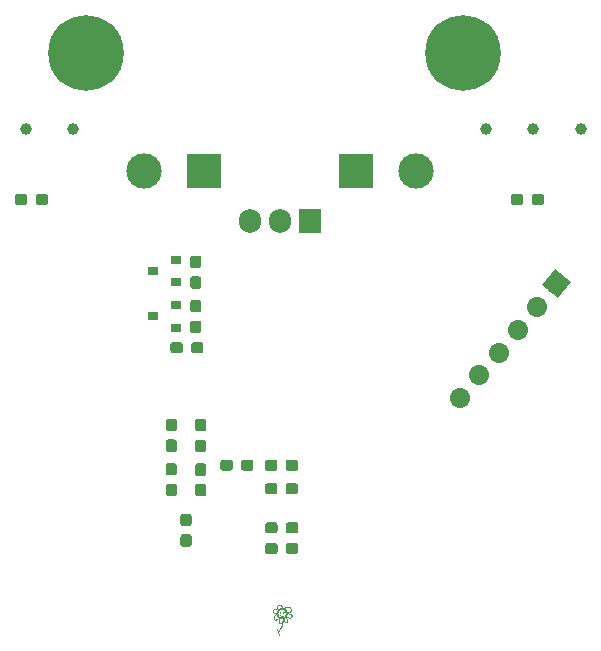
<source format=gbs>
G04 #@! TF.GenerationSoftware,KiCad,Pcbnew,5.0.2-bee76a0~70~ubuntu16.04.1*
G04 #@! TF.CreationDate,2019-05-21T20:19:14+01:00*
G04 #@! TF.ProjectId,project,70726f6a-6563-4742-9e6b-696361645f70,rev?*
G04 #@! TF.SameCoordinates,Original*
G04 #@! TF.FileFunction,Soldermask,Bot*
G04 #@! TF.FilePolarity,Negative*
%FSLAX46Y46*%
G04 Gerber Fmt 4.6, Leading zero omitted, Abs format (unit mm)*
G04 Created by KiCad (PCBNEW 5.0.2-bee76a0~70~ubuntu16.04.1) date Tue 21 May 2019 20:19:14 BST*
%MOMM*%
%LPD*%
G01*
G04 APERTURE LIST*
%ADD10C,0.101600*%
%ADD11C,0.076200*%
%ADD12C,0.150000*%
%ADD13C,0.127000*%
%ADD14R,3.000000X3.000000*%
%ADD15C,3.000000*%
%ADD16C,0.100000*%
%ADD17C,0.950000*%
%ADD18O,1.905000X2.000000*%
%ADD19R,1.905000X2.000000*%
%ADD20R,0.900000X0.800000*%
%ADD21C,6.400000*%
%ADD22C,1.700000*%
%ADD23C,1.700000*%
%ADD24C,1.000000*%
G04 APERTURE END LIST*
D10*
G04 #@! TO.C,REF\002A\002A*
X136570000Y-112560000D02*
X136410000Y-112040000D01*
X136530000Y-112340000D02*
X136570000Y-112560000D01*
X136650000Y-112060000D02*
X136530000Y-112340000D01*
X136870000Y-111760000D02*
X136650000Y-112060000D01*
X136960000Y-111330000D02*
X136870000Y-111760000D01*
X136590000Y-111340000D02*
X136590000Y-111170000D01*
X136570000Y-111440000D02*
X136590000Y-111340000D01*
X136620000Y-111530000D02*
X136570000Y-111440000D01*
X136740000Y-111560000D02*
X136620000Y-111530000D01*
X136860000Y-111430000D02*
X136740000Y-111560000D01*
X136930000Y-111240000D02*
X136860000Y-111430000D01*
X136410000Y-111240000D02*
X136500000Y-111110000D01*
X136280000Y-111270000D02*
X136410000Y-111240000D01*
X136170000Y-111230000D02*
X136280000Y-111270000D01*
X136130000Y-111130000D02*
X136170000Y-111230000D01*
X136130000Y-110990000D02*
X136130000Y-111130000D01*
X136230000Y-110850000D02*
X136130000Y-110990000D01*
X136410000Y-110740000D02*
X136230000Y-110850000D01*
X136310000Y-110710000D02*
X136410000Y-110710000D01*
X136160000Y-110700000D02*
X136310000Y-110710000D01*
X136060000Y-110630000D02*
X136160000Y-110700000D01*
X136080000Y-110480000D02*
X136060000Y-110630000D01*
X136190000Y-110380000D02*
X136080000Y-110480000D01*
X136560000Y-110390000D02*
X136190000Y-110380000D01*
X136440000Y-110260000D02*
X136530000Y-110400000D01*
X136420000Y-110150000D02*
X136440000Y-110260000D01*
X136470000Y-110040000D02*
X136420000Y-110150000D01*
X136640000Y-110010000D02*
X136470000Y-110040000D01*
X136800000Y-110070000D02*
X136640000Y-110010000D01*
X136890000Y-110340000D02*
X136800000Y-110070000D01*
X136990000Y-111250000D02*
X137000000Y-111220000D01*
X136960000Y-111230000D02*
X136990000Y-111250000D01*
X136980000Y-111250000D02*
X136960000Y-111230000D01*
X137000000Y-111360000D02*
X136980000Y-111250000D01*
X137060000Y-111470000D02*
X137000000Y-111360000D01*
X137180000Y-111510000D02*
X137060000Y-111470000D01*
X137290000Y-111470000D02*
X137180000Y-111510000D01*
X137300000Y-111280000D02*
X137290000Y-111470000D01*
X137220000Y-111080000D02*
X137300000Y-111280000D01*
X137490000Y-111120000D02*
X137240000Y-111060000D01*
X137610000Y-111040000D02*
X137490000Y-111120000D01*
X137650000Y-110910000D02*
X137610000Y-111040000D01*
X137560000Y-110760000D02*
X137650000Y-110910000D01*
X137290000Y-110710000D02*
X137560000Y-110760000D01*
X137510000Y-110590000D02*
X137300000Y-110640000D01*
X137620000Y-110420000D02*
X137510000Y-110590000D01*
X137510000Y-110230000D02*
X137620000Y-110420000D01*
X137230000Y-110160000D02*
X137510000Y-110230000D01*
X136960000Y-110300000D02*
X137230000Y-110160000D01*
D11*
X136790000Y-110970000D02*
X136670000Y-110880000D01*
X136920000Y-110980000D02*
X136790000Y-110970000D01*
X137040000Y-110910000D02*
X136920000Y-110980000D01*
D12*
X137021623Y-110690000D02*
G75*
G03X137021623Y-110690000I-31623J0D01*
G01*
D13*
X137260000Y-110770000D02*
G75*
G03X137260000Y-110770000I-410000J0D01*
G01*
D12*
X136741623Y-110690000D02*
G75*
G03X136741623Y-110690000I-31623J0D01*
G01*
G04 #@! TD*
D14*
G04 #@! TO.C,SC1*
X143140000Y-73300000D03*
D15*
X148220000Y-73300000D03*
G04 #@! TD*
D14*
G04 #@! TO.C,BT1*
X130230000Y-73290000D03*
D15*
X125150000Y-73290000D03*
G04 #@! TD*
D16*
G04 #@! TO.C,C6*
G36*
X137985779Y-97716144D02*
X138008834Y-97719563D01*
X138031443Y-97725227D01*
X138053387Y-97733079D01*
X138074457Y-97743044D01*
X138094448Y-97755026D01*
X138113168Y-97768910D01*
X138130438Y-97784562D01*
X138146090Y-97801832D01*
X138159974Y-97820552D01*
X138171956Y-97840543D01*
X138181921Y-97861613D01*
X138189773Y-97883557D01*
X138195437Y-97906166D01*
X138198856Y-97929221D01*
X138200000Y-97952500D01*
X138200000Y-98427500D01*
X138198856Y-98450779D01*
X138195437Y-98473834D01*
X138189773Y-98496443D01*
X138181921Y-98518387D01*
X138171956Y-98539457D01*
X138159974Y-98559448D01*
X138146090Y-98578168D01*
X138130438Y-98595438D01*
X138113168Y-98611090D01*
X138094448Y-98624974D01*
X138074457Y-98636956D01*
X138053387Y-98646921D01*
X138031443Y-98654773D01*
X138008834Y-98660437D01*
X137985779Y-98663856D01*
X137962500Y-98665000D01*
X137387500Y-98665000D01*
X137364221Y-98663856D01*
X137341166Y-98660437D01*
X137318557Y-98654773D01*
X137296613Y-98646921D01*
X137275543Y-98636956D01*
X137255552Y-98624974D01*
X137236832Y-98611090D01*
X137219562Y-98595438D01*
X137203910Y-98578168D01*
X137190026Y-98559448D01*
X137178044Y-98539457D01*
X137168079Y-98518387D01*
X137160227Y-98496443D01*
X137154563Y-98473834D01*
X137151144Y-98450779D01*
X137150000Y-98427500D01*
X137150000Y-97952500D01*
X137151144Y-97929221D01*
X137154563Y-97906166D01*
X137160227Y-97883557D01*
X137168079Y-97861613D01*
X137178044Y-97840543D01*
X137190026Y-97820552D01*
X137203910Y-97801832D01*
X137219562Y-97784562D01*
X137236832Y-97768910D01*
X137255552Y-97755026D01*
X137275543Y-97743044D01*
X137296613Y-97733079D01*
X137318557Y-97725227D01*
X137341166Y-97719563D01*
X137364221Y-97716144D01*
X137387500Y-97715000D01*
X137962500Y-97715000D01*
X137985779Y-97716144D01*
X137985779Y-97716144D01*
G37*
D17*
X137675000Y-98190000D03*
D16*
G36*
X136235779Y-97716144D02*
X136258834Y-97719563D01*
X136281443Y-97725227D01*
X136303387Y-97733079D01*
X136324457Y-97743044D01*
X136344448Y-97755026D01*
X136363168Y-97768910D01*
X136380438Y-97784562D01*
X136396090Y-97801832D01*
X136409974Y-97820552D01*
X136421956Y-97840543D01*
X136431921Y-97861613D01*
X136439773Y-97883557D01*
X136445437Y-97906166D01*
X136448856Y-97929221D01*
X136450000Y-97952500D01*
X136450000Y-98427500D01*
X136448856Y-98450779D01*
X136445437Y-98473834D01*
X136439773Y-98496443D01*
X136431921Y-98518387D01*
X136421956Y-98539457D01*
X136409974Y-98559448D01*
X136396090Y-98578168D01*
X136380438Y-98595438D01*
X136363168Y-98611090D01*
X136344448Y-98624974D01*
X136324457Y-98636956D01*
X136303387Y-98646921D01*
X136281443Y-98654773D01*
X136258834Y-98660437D01*
X136235779Y-98663856D01*
X136212500Y-98665000D01*
X135637500Y-98665000D01*
X135614221Y-98663856D01*
X135591166Y-98660437D01*
X135568557Y-98654773D01*
X135546613Y-98646921D01*
X135525543Y-98636956D01*
X135505552Y-98624974D01*
X135486832Y-98611090D01*
X135469562Y-98595438D01*
X135453910Y-98578168D01*
X135440026Y-98559448D01*
X135428044Y-98539457D01*
X135418079Y-98518387D01*
X135410227Y-98496443D01*
X135404563Y-98473834D01*
X135401144Y-98450779D01*
X135400000Y-98427500D01*
X135400000Y-97952500D01*
X135401144Y-97929221D01*
X135404563Y-97906166D01*
X135410227Y-97883557D01*
X135418079Y-97861613D01*
X135428044Y-97840543D01*
X135440026Y-97820552D01*
X135453910Y-97801832D01*
X135469562Y-97784562D01*
X135486832Y-97768910D01*
X135505552Y-97755026D01*
X135525543Y-97743044D01*
X135546613Y-97733079D01*
X135568557Y-97725227D01*
X135591166Y-97719563D01*
X135614221Y-97716144D01*
X135637500Y-97715000D01*
X136212500Y-97715000D01*
X136235779Y-97716144D01*
X136235779Y-97716144D01*
G37*
D17*
X135925000Y-98190000D03*
G04 #@! TD*
D18*
G04 #@! TO.C,Q3*
X134100000Y-77490000D03*
X136640000Y-77490000D03*
D19*
X139180000Y-77490000D03*
G04 #@! TD*
D16*
G04 #@! TO.C,C2*
G36*
X129805779Y-82201144D02*
X129828834Y-82204563D01*
X129851443Y-82210227D01*
X129873387Y-82218079D01*
X129894457Y-82228044D01*
X129914448Y-82240026D01*
X129933168Y-82253910D01*
X129950438Y-82269562D01*
X129966090Y-82286832D01*
X129979974Y-82305552D01*
X129991956Y-82325543D01*
X130001921Y-82346613D01*
X130009773Y-82368557D01*
X130015437Y-82391166D01*
X130018856Y-82414221D01*
X130020000Y-82437500D01*
X130020000Y-83012500D01*
X130018856Y-83035779D01*
X130015437Y-83058834D01*
X130009773Y-83081443D01*
X130001921Y-83103387D01*
X129991956Y-83124457D01*
X129979974Y-83144448D01*
X129966090Y-83163168D01*
X129950438Y-83180438D01*
X129933168Y-83196090D01*
X129914448Y-83209974D01*
X129894457Y-83221956D01*
X129873387Y-83231921D01*
X129851443Y-83239773D01*
X129828834Y-83245437D01*
X129805779Y-83248856D01*
X129782500Y-83250000D01*
X129307500Y-83250000D01*
X129284221Y-83248856D01*
X129261166Y-83245437D01*
X129238557Y-83239773D01*
X129216613Y-83231921D01*
X129195543Y-83221956D01*
X129175552Y-83209974D01*
X129156832Y-83196090D01*
X129139562Y-83180438D01*
X129123910Y-83163168D01*
X129110026Y-83144448D01*
X129098044Y-83124457D01*
X129088079Y-83103387D01*
X129080227Y-83081443D01*
X129074563Y-83058834D01*
X129071144Y-83035779D01*
X129070000Y-83012500D01*
X129070000Y-82437500D01*
X129071144Y-82414221D01*
X129074563Y-82391166D01*
X129080227Y-82368557D01*
X129088079Y-82346613D01*
X129098044Y-82325543D01*
X129110026Y-82305552D01*
X129123910Y-82286832D01*
X129139562Y-82269562D01*
X129156832Y-82253910D01*
X129175552Y-82240026D01*
X129195543Y-82228044D01*
X129216613Y-82218079D01*
X129238557Y-82210227D01*
X129261166Y-82204563D01*
X129284221Y-82201144D01*
X129307500Y-82200000D01*
X129782500Y-82200000D01*
X129805779Y-82201144D01*
X129805779Y-82201144D01*
G37*
D17*
X129545000Y-82725000D03*
D16*
G36*
X129805779Y-80451144D02*
X129828834Y-80454563D01*
X129851443Y-80460227D01*
X129873387Y-80468079D01*
X129894457Y-80478044D01*
X129914448Y-80490026D01*
X129933168Y-80503910D01*
X129950438Y-80519562D01*
X129966090Y-80536832D01*
X129979974Y-80555552D01*
X129991956Y-80575543D01*
X130001921Y-80596613D01*
X130009773Y-80618557D01*
X130015437Y-80641166D01*
X130018856Y-80664221D01*
X130020000Y-80687500D01*
X130020000Y-81262500D01*
X130018856Y-81285779D01*
X130015437Y-81308834D01*
X130009773Y-81331443D01*
X130001921Y-81353387D01*
X129991956Y-81374457D01*
X129979974Y-81394448D01*
X129966090Y-81413168D01*
X129950438Y-81430438D01*
X129933168Y-81446090D01*
X129914448Y-81459974D01*
X129894457Y-81471956D01*
X129873387Y-81481921D01*
X129851443Y-81489773D01*
X129828834Y-81495437D01*
X129805779Y-81498856D01*
X129782500Y-81500000D01*
X129307500Y-81500000D01*
X129284221Y-81498856D01*
X129261166Y-81495437D01*
X129238557Y-81489773D01*
X129216613Y-81481921D01*
X129195543Y-81471956D01*
X129175552Y-81459974D01*
X129156832Y-81446090D01*
X129139562Y-81430438D01*
X129123910Y-81413168D01*
X129110026Y-81394448D01*
X129098044Y-81374457D01*
X129088079Y-81353387D01*
X129080227Y-81331443D01*
X129074563Y-81308834D01*
X129071144Y-81285779D01*
X129070000Y-81262500D01*
X129070000Y-80687500D01*
X129071144Y-80664221D01*
X129074563Y-80641166D01*
X129080227Y-80618557D01*
X129088079Y-80596613D01*
X129098044Y-80575543D01*
X129110026Y-80555552D01*
X129123910Y-80536832D01*
X129139562Y-80519562D01*
X129156832Y-80503910D01*
X129175552Y-80490026D01*
X129195543Y-80478044D01*
X129216613Y-80468079D01*
X129238557Y-80460227D01*
X129261166Y-80454563D01*
X129284221Y-80451144D01*
X129307500Y-80450000D01*
X129782500Y-80450000D01*
X129805779Y-80451144D01*
X129805779Y-80451144D01*
G37*
D17*
X129545000Y-80975000D03*
G04 #@! TD*
D16*
G04 #@! TO.C,C4*
G36*
X129805779Y-84201144D02*
X129828834Y-84204563D01*
X129851443Y-84210227D01*
X129873387Y-84218079D01*
X129894457Y-84228044D01*
X129914448Y-84240026D01*
X129933168Y-84253910D01*
X129950438Y-84269562D01*
X129966090Y-84286832D01*
X129979974Y-84305552D01*
X129991956Y-84325543D01*
X130001921Y-84346613D01*
X130009773Y-84368557D01*
X130015437Y-84391166D01*
X130018856Y-84414221D01*
X130020000Y-84437500D01*
X130020000Y-85012500D01*
X130018856Y-85035779D01*
X130015437Y-85058834D01*
X130009773Y-85081443D01*
X130001921Y-85103387D01*
X129991956Y-85124457D01*
X129979974Y-85144448D01*
X129966090Y-85163168D01*
X129950438Y-85180438D01*
X129933168Y-85196090D01*
X129914448Y-85209974D01*
X129894457Y-85221956D01*
X129873387Y-85231921D01*
X129851443Y-85239773D01*
X129828834Y-85245437D01*
X129805779Y-85248856D01*
X129782500Y-85250000D01*
X129307500Y-85250000D01*
X129284221Y-85248856D01*
X129261166Y-85245437D01*
X129238557Y-85239773D01*
X129216613Y-85231921D01*
X129195543Y-85221956D01*
X129175552Y-85209974D01*
X129156832Y-85196090D01*
X129139562Y-85180438D01*
X129123910Y-85163168D01*
X129110026Y-85144448D01*
X129098044Y-85124457D01*
X129088079Y-85103387D01*
X129080227Y-85081443D01*
X129074563Y-85058834D01*
X129071144Y-85035779D01*
X129070000Y-85012500D01*
X129070000Y-84437500D01*
X129071144Y-84414221D01*
X129074563Y-84391166D01*
X129080227Y-84368557D01*
X129088079Y-84346613D01*
X129098044Y-84325543D01*
X129110026Y-84305552D01*
X129123910Y-84286832D01*
X129139562Y-84269562D01*
X129156832Y-84253910D01*
X129175552Y-84240026D01*
X129195543Y-84228044D01*
X129216613Y-84218079D01*
X129238557Y-84210227D01*
X129261166Y-84204563D01*
X129284221Y-84201144D01*
X129307500Y-84200000D01*
X129782500Y-84200000D01*
X129805779Y-84201144D01*
X129805779Y-84201144D01*
G37*
D17*
X129545000Y-84725000D03*
D16*
G36*
X129805779Y-85951144D02*
X129828834Y-85954563D01*
X129851443Y-85960227D01*
X129873387Y-85968079D01*
X129894457Y-85978044D01*
X129914448Y-85990026D01*
X129933168Y-86003910D01*
X129950438Y-86019562D01*
X129966090Y-86036832D01*
X129979974Y-86055552D01*
X129991956Y-86075543D01*
X130001921Y-86096613D01*
X130009773Y-86118557D01*
X130015437Y-86141166D01*
X130018856Y-86164221D01*
X130020000Y-86187500D01*
X130020000Y-86762500D01*
X130018856Y-86785779D01*
X130015437Y-86808834D01*
X130009773Y-86831443D01*
X130001921Y-86853387D01*
X129991956Y-86874457D01*
X129979974Y-86894448D01*
X129966090Y-86913168D01*
X129950438Y-86930438D01*
X129933168Y-86946090D01*
X129914448Y-86959974D01*
X129894457Y-86971956D01*
X129873387Y-86981921D01*
X129851443Y-86989773D01*
X129828834Y-86995437D01*
X129805779Y-86998856D01*
X129782500Y-87000000D01*
X129307500Y-87000000D01*
X129284221Y-86998856D01*
X129261166Y-86995437D01*
X129238557Y-86989773D01*
X129216613Y-86981921D01*
X129195543Y-86971956D01*
X129175552Y-86959974D01*
X129156832Y-86946090D01*
X129139562Y-86930438D01*
X129123910Y-86913168D01*
X129110026Y-86894448D01*
X129098044Y-86874457D01*
X129088079Y-86853387D01*
X129080227Y-86831443D01*
X129074563Y-86808834D01*
X129071144Y-86785779D01*
X129070000Y-86762500D01*
X129070000Y-86187500D01*
X129071144Y-86164221D01*
X129074563Y-86141166D01*
X129080227Y-86118557D01*
X129088079Y-86096613D01*
X129098044Y-86075543D01*
X129110026Y-86055552D01*
X129123910Y-86036832D01*
X129139562Y-86019562D01*
X129156832Y-86003910D01*
X129175552Y-85990026D01*
X129195543Y-85978044D01*
X129216613Y-85968079D01*
X129238557Y-85960227D01*
X129261166Y-85954563D01*
X129284221Y-85951144D01*
X129307500Y-85950000D01*
X129782500Y-85950000D01*
X129805779Y-85951144D01*
X129805779Y-85951144D01*
G37*
D17*
X129545000Y-86475000D03*
G04 #@! TD*
D16*
G04 #@! TO.C,C5*
G36*
X129980779Y-87776144D02*
X130003834Y-87779563D01*
X130026443Y-87785227D01*
X130048387Y-87793079D01*
X130069457Y-87803044D01*
X130089448Y-87815026D01*
X130108168Y-87828910D01*
X130125438Y-87844562D01*
X130141090Y-87861832D01*
X130154974Y-87880552D01*
X130166956Y-87900543D01*
X130176921Y-87921613D01*
X130184773Y-87943557D01*
X130190437Y-87966166D01*
X130193856Y-87989221D01*
X130195000Y-88012500D01*
X130195000Y-88487500D01*
X130193856Y-88510779D01*
X130190437Y-88533834D01*
X130184773Y-88556443D01*
X130176921Y-88578387D01*
X130166956Y-88599457D01*
X130154974Y-88619448D01*
X130141090Y-88638168D01*
X130125438Y-88655438D01*
X130108168Y-88671090D01*
X130089448Y-88684974D01*
X130069457Y-88696956D01*
X130048387Y-88706921D01*
X130026443Y-88714773D01*
X130003834Y-88720437D01*
X129980779Y-88723856D01*
X129957500Y-88725000D01*
X129382500Y-88725000D01*
X129359221Y-88723856D01*
X129336166Y-88720437D01*
X129313557Y-88714773D01*
X129291613Y-88706921D01*
X129270543Y-88696956D01*
X129250552Y-88684974D01*
X129231832Y-88671090D01*
X129214562Y-88655438D01*
X129198910Y-88638168D01*
X129185026Y-88619448D01*
X129173044Y-88599457D01*
X129163079Y-88578387D01*
X129155227Y-88556443D01*
X129149563Y-88533834D01*
X129146144Y-88510779D01*
X129145000Y-88487500D01*
X129145000Y-88012500D01*
X129146144Y-87989221D01*
X129149563Y-87966166D01*
X129155227Y-87943557D01*
X129163079Y-87921613D01*
X129173044Y-87900543D01*
X129185026Y-87880552D01*
X129198910Y-87861832D01*
X129214562Y-87844562D01*
X129231832Y-87828910D01*
X129250552Y-87815026D01*
X129270543Y-87803044D01*
X129291613Y-87793079D01*
X129313557Y-87785227D01*
X129336166Y-87779563D01*
X129359221Y-87776144D01*
X129382500Y-87775000D01*
X129957500Y-87775000D01*
X129980779Y-87776144D01*
X129980779Y-87776144D01*
G37*
D17*
X129670000Y-88250000D03*
D16*
G36*
X128230779Y-87776144D02*
X128253834Y-87779563D01*
X128276443Y-87785227D01*
X128298387Y-87793079D01*
X128319457Y-87803044D01*
X128339448Y-87815026D01*
X128358168Y-87828910D01*
X128375438Y-87844562D01*
X128391090Y-87861832D01*
X128404974Y-87880552D01*
X128416956Y-87900543D01*
X128426921Y-87921613D01*
X128434773Y-87943557D01*
X128440437Y-87966166D01*
X128443856Y-87989221D01*
X128445000Y-88012500D01*
X128445000Y-88487500D01*
X128443856Y-88510779D01*
X128440437Y-88533834D01*
X128434773Y-88556443D01*
X128426921Y-88578387D01*
X128416956Y-88599457D01*
X128404974Y-88619448D01*
X128391090Y-88638168D01*
X128375438Y-88655438D01*
X128358168Y-88671090D01*
X128339448Y-88684974D01*
X128319457Y-88696956D01*
X128298387Y-88706921D01*
X128276443Y-88714773D01*
X128253834Y-88720437D01*
X128230779Y-88723856D01*
X128207500Y-88725000D01*
X127632500Y-88725000D01*
X127609221Y-88723856D01*
X127586166Y-88720437D01*
X127563557Y-88714773D01*
X127541613Y-88706921D01*
X127520543Y-88696956D01*
X127500552Y-88684974D01*
X127481832Y-88671090D01*
X127464562Y-88655438D01*
X127448910Y-88638168D01*
X127435026Y-88619448D01*
X127423044Y-88599457D01*
X127413079Y-88578387D01*
X127405227Y-88556443D01*
X127399563Y-88533834D01*
X127396144Y-88510779D01*
X127395000Y-88487500D01*
X127395000Y-88012500D01*
X127396144Y-87989221D01*
X127399563Y-87966166D01*
X127405227Y-87943557D01*
X127413079Y-87921613D01*
X127423044Y-87900543D01*
X127435026Y-87880552D01*
X127448910Y-87861832D01*
X127464562Y-87844562D01*
X127481832Y-87828910D01*
X127500552Y-87815026D01*
X127520543Y-87803044D01*
X127541613Y-87793079D01*
X127563557Y-87785227D01*
X127586166Y-87779563D01*
X127609221Y-87776144D01*
X127632500Y-87775000D01*
X128207500Y-87775000D01*
X128230779Y-87776144D01*
X128230779Y-87776144D01*
G37*
D17*
X127920000Y-88250000D03*
G04 #@! TD*
D16*
G04 #@! TO.C,C7*
G36*
X136235779Y-99716144D02*
X136258834Y-99719563D01*
X136281443Y-99725227D01*
X136303387Y-99733079D01*
X136324457Y-99743044D01*
X136344448Y-99755026D01*
X136363168Y-99768910D01*
X136380438Y-99784562D01*
X136396090Y-99801832D01*
X136409974Y-99820552D01*
X136421956Y-99840543D01*
X136431921Y-99861613D01*
X136439773Y-99883557D01*
X136445437Y-99906166D01*
X136448856Y-99929221D01*
X136450000Y-99952500D01*
X136450000Y-100427500D01*
X136448856Y-100450779D01*
X136445437Y-100473834D01*
X136439773Y-100496443D01*
X136431921Y-100518387D01*
X136421956Y-100539457D01*
X136409974Y-100559448D01*
X136396090Y-100578168D01*
X136380438Y-100595438D01*
X136363168Y-100611090D01*
X136344448Y-100624974D01*
X136324457Y-100636956D01*
X136303387Y-100646921D01*
X136281443Y-100654773D01*
X136258834Y-100660437D01*
X136235779Y-100663856D01*
X136212500Y-100665000D01*
X135637500Y-100665000D01*
X135614221Y-100663856D01*
X135591166Y-100660437D01*
X135568557Y-100654773D01*
X135546613Y-100646921D01*
X135525543Y-100636956D01*
X135505552Y-100624974D01*
X135486832Y-100611090D01*
X135469562Y-100595438D01*
X135453910Y-100578168D01*
X135440026Y-100559448D01*
X135428044Y-100539457D01*
X135418079Y-100518387D01*
X135410227Y-100496443D01*
X135404563Y-100473834D01*
X135401144Y-100450779D01*
X135400000Y-100427500D01*
X135400000Y-99952500D01*
X135401144Y-99929221D01*
X135404563Y-99906166D01*
X135410227Y-99883557D01*
X135418079Y-99861613D01*
X135428044Y-99840543D01*
X135440026Y-99820552D01*
X135453910Y-99801832D01*
X135469562Y-99784562D01*
X135486832Y-99768910D01*
X135505552Y-99755026D01*
X135525543Y-99743044D01*
X135546613Y-99733079D01*
X135568557Y-99725227D01*
X135591166Y-99719563D01*
X135614221Y-99716144D01*
X135637500Y-99715000D01*
X136212500Y-99715000D01*
X136235779Y-99716144D01*
X136235779Y-99716144D01*
G37*
D17*
X135925000Y-100190000D03*
D16*
G36*
X137985779Y-99716144D02*
X138008834Y-99719563D01*
X138031443Y-99725227D01*
X138053387Y-99733079D01*
X138074457Y-99743044D01*
X138094448Y-99755026D01*
X138113168Y-99768910D01*
X138130438Y-99784562D01*
X138146090Y-99801832D01*
X138159974Y-99820552D01*
X138171956Y-99840543D01*
X138181921Y-99861613D01*
X138189773Y-99883557D01*
X138195437Y-99906166D01*
X138198856Y-99929221D01*
X138200000Y-99952500D01*
X138200000Y-100427500D01*
X138198856Y-100450779D01*
X138195437Y-100473834D01*
X138189773Y-100496443D01*
X138181921Y-100518387D01*
X138171956Y-100539457D01*
X138159974Y-100559448D01*
X138146090Y-100578168D01*
X138130438Y-100595438D01*
X138113168Y-100611090D01*
X138094448Y-100624974D01*
X138074457Y-100636956D01*
X138053387Y-100646921D01*
X138031443Y-100654773D01*
X138008834Y-100660437D01*
X137985779Y-100663856D01*
X137962500Y-100665000D01*
X137387500Y-100665000D01*
X137364221Y-100663856D01*
X137341166Y-100660437D01*
X137318557Y-100654773D01*
X137296613Y-100646921D01*
X137275543Y-100636956D01*
X137255552Y-100624974D01*
X137236832Y-100611090D01*
X137219562Y-100595438D01*
X137203910Y-100578168D01*
X137190026Y-100559448D01*
X137178044Y-100539457D01*
X137168079Y-100518387D01*
X137160227Y-100496443D01*
X137154563Y-100473834D01*
X137151144Y-100450779D01*
X137150000Y-100427500D01*
X137150000Y-99952500D01*
X137151144Y-99929221D01*
X137154563Y-99906166D01*
X137160227Y-99883557D01*
X137168079Y-99861613D01*
X137178044Y-99840543D01*
X137190026Y-99820552D01*
X137203910Y-99801832D01*
X137219562Y-99784562D01*
X137236832Y-99768910D01*
X137255552Y-99755026D01*
X137275543Y-99743044D01*
X137296613Y-99733079D01*
X137318557Y-99725227D01*
X137341166Y-99719563D01*
X137364221Y-99716144D01*
X137387500Y-99715000D01*
X137962500Y-99715000D01*
X137985779Y-99716144D01*
X137985779Y-99716144D01*
G37*
D17*
X137675000Y-100190000D03*
G04 #@! TD*
D16*
G04 #@! TO.C,C8*
G36*
X136255779Y-103026144D02*
X136278834Y-103029563D01*
X136301443Y-103035227D01*
X136323387Y-103043079D01*
X136344457Y-103053044D01*
X136364448Y-103065026D01*
X136383168Y-103078910D01*
X136400438Y-103094562D01*
X136416090Y-103111832D01*
X136429974Y-103130552D01*
X136441956Y-103150543D01*
X136451921Y-103171613D01*
X136459773Y-103193557D01*
X136465437Y-103216166D01*
X136468856Y-103239221D01*
X136470000Y-103262500D01*
X136470000Y-103737500D01*
X136468856Y-103760779D01*
X136465437Y-103783834D01*
X136459773Y-103806443D01*
X136451921Y-103828387D01*
X136441956Y-103849457D01*
X136429974Y-103869448D01*
X136416090Y-103888168D01*
X136400438Y-103905438D01*
X136383168Y-103921090D01*
X136364448Y-103934974D01*
X136344457Y-103946956D01*
X136323387Y-103956921D01*
X136301443Y-103964773D01*
X136278834Y-103970437D01*
X136255779Y-103973856D01*
X136232500Y-103975000D01*
X135657500Y-103975000D01*
X135634221Y-103973856D01*
X135611166Y-103970437D01*
X135588557Y-103964773D01*
X135566613Y-103956921D01*
X135545543Y-103946956D01*
X135525552Y-103934974D01*
X135506832Y-103921090D01*
X135489562Y-103905438D01*
X135473910Y-103888168D01*
X135460026Y-103869448D01*
X135448044Y-103849457D01*
X135438079Y-103828387D01*
X135430227Y-103806443D01*
X135424563Y-103783834D01*
X135421144Y-103760779D01*
X135420000Y-103737500D01*
X135420000Y-103262500D01*
X135421144Y-103239221D01*
X135424563Y-103216166D01*
X135430227Y-103193557D01*
X135438079Y-103171613D01*
X135448044Y-103150543D01*
X135460026Y-103130552D01*
X135473910Y-103111832D01*
X135489562Y-103094562D01*
X135506832Y-103078910D01*
X135525552Y-103065026D01*
X135545543Y-103053044D01*
X135566613Y-103043079D01*
X135588557Y-103035227D01*
X135611166Y-103029563D01*
X135634221Y-103026144D01*
X135657500Y-103025000D01*
X136232500Y-103025000D01*
X136255779Y-103026144D01*
X136255779Y-103026144D01*
G37*
D17*
X135945000Y-103500000D03*
D16*
G36*
X138005779Y-103026144D02*
X138028834Y-103029563D01*
X138051443Y-103035227D01*
X138073387Y-103043079D01*
X138094457Y-103053044D01*
X138114448Y-103065026D01*
X138133168Y-103078910D01*
X138150438Y-103094562D01*
X138166090Y-103111832D01*
X138179974Y-103130552D01*
X138191956Y-103150543D01*
X138201921Y-103171613D01*
X138209773Y-103193557D01*
X138215437Y-103216166D01*
X138218856Y-103239221D01*
X138220000Y-103262500D01*
X138220000Y-103737500D01*
X138218856Y-103760779D01*
X138215437Y-103783834D01*
X138209773Y-103806443D01*
X138201921Y-103828387D01*
X138191956Y-103849457D01*
X138179974Y-103869448D01*
X138166090Y-103888168D01*
X138150438Y-103905438D01*
X138133168Y-103921090D01*
X138114448Y-103934974D01*
X138094457Y-103946956D01*
X138073387Y-103956921D01*
X138051443Y-103964773D01*
X138028834Y-103970437D01*
X138005779Y-103973856D01*
X137982500Y-103975000D01*
X137407500Y-103975000D01*
X137384221Y-103973856D01*
X137361166Y-103970437D01*
X137338557Y-103964773D01*
X137316613Y-103956921D01*
X137295543Y-103946956D01*
X137275552Y-103934974D01*
X137256832Y-103921090D01*
X137239562Y-103905438D01*
X137223910Y-103888168D01*
X137210026Y-103869448D01*
X137198044Y-103849457D01*
X137188079Y-103828387D01*
X137180227Y-103806443D01*
X137174563Y-103783834D01*
X137171144Y-103760779D01*
X137170000Y-103737500D01*
X137170000Y-103262500D01*
X137171144Y-103239221D01*
X137174563Y-103216166D01*
X137180227Y-103193557D01*
X137188079Y-103171613D01*
X137198044Y-103150543D01*
X137210026Y-103130552D01*
X137223910Y-103111832D01*
X137239562Y-103094562D01*
X137256832Y-103078910D01*
X137275552Y-103065026D01*
X137295543Y-103053044D01*
X137316613Y-103043079D01*
X137338557Y-103035227D01*
X137361166Y-103029563D01*
X137384221Y-103026144D01*
X137407500Y-103025000D01*
X137982500Y-103025000D01*
X138005779Y-103026144D01*
X138005779Y-103026144D01*
G37*
D17*
X137695000Y-103500000D03*
G04 #@! TD*
D16*
G04 #@! TO.C,C9*
G36*
X138005779Y-104776144D02*
X138028834Y-104779563D01*
X138051443Y-104785227D01*
X138073387Y-104793079D01*
X138094457Y-104803044D01*
X138114448Y-104815026D01*
X138133168Y-104828910D01*
X138150438Y-104844562D01*
X138166090Y-104861832D01*
X138179974Y-104880552D01*
X138191956Y-104900543D01*
X138201921Y-104921613D01*
X138209773Y-104943557D01*
X138215437Y-104966166D01*
X138218856Y-104989221D01*
X138220000Y-105012500D01*
X138220000Y-105487500D01*
X138218856Y-105510779D01*
X138215437Y-105533834D01*
X138209773Y-105556443D01*
X138201921Y-105578387D01*
X138191956Y-105599457D01*
X138179974Y-105619448D01*
X138166090Y-105638168D01*
X138150438Y-105655438D01*
X138133168Y-105671090D01*
X138114448Y-105684974D01*
X138094457Y-105696956D01*
X138073387Y-105706921D01*
X138051443Y-105714773D01*
X138028834Y-105720437D01*
X138005779Y-105723856D01*
X137982500Y-105725000D01*
X137407500Y-105725000D01*
X137384221Y-105723856D01*
X137361166Y-105720437D01*
X137338557Y-105714773D01*
X137316613Y-105706921D01*
X137295543Y-105696956D01*
X137275552Y-105684974D01*
X137256832Y-105671090D01*
X137239562Y-105655438D01*
X137223910Y-105638168D01*
X137210026Y-105619448D01*
X137198044Y-105599457D01*
X137188079Y-105578387D01*
X137180227Y-105556443D01*
X137174563Y-105533834D01*
X137171144Y-105510779D01*
X137170000Y-105487500D01*
X137170000Y-105012500D01*
X137171144Y-104989221D01*
X137174563Y-104966166D01*
X137180227Y-104943557D01*
X137188079Y-104921613D01*
X137198044Y-104900543D01*
X137210026Y-104880552D01*
X137223910Y-104861832D01*
X137239562Y-104844562D01*
X137256832Y-104828910D01*
X137275552Y-104815026D01*
X137295543Y-104803044D01*
X137316613Y-104793079D01*
X137338557Y-104785227D01*
X137361166Y-104779563D01*
X137384221Y-104776144D01*
X137407500Y-104775000D01*
X137982500Y-104775000D01*
X138005779Y-104776144D01*
X138005779Y-104776144D01*
G37*
D17*
X137695000Y-105250000D03*
D16*
G36*
X136255779Y-104776144D02*
X136278834Y-104779563D01*
X136301443Y-104785227D01*
X136323387Y-104793079D01*
X136344457Y-104803044D01*
X136364448Y-104815026D01*
X136383168Y-104828910D01*
X136400438Y-104844562D01*
X136416090Y-104861832D01*
X136429974Y-104880552D01*
X136441956Y-104900543D01*
X136451921Y-104921613D01*
X136459773Y-104943557D01*
X136465437Y-104966166D01*
X136468856Y-104989221D01*
X136470000Y-105012500D01*
X136470000Y-105487500D01*
X136468856Y-105510779D01*
X136465437Y-105533834D01*
X136459773Y-105556443D01*
X136451921Y-105578387D01*
X136441956Y-105599457D01*
X136429974Y-105619448D01*
X136416090Y-105638168D01*
X136400438Y-105655438D01*
X136383168Y-105671090D01*
X136364448Y-105684974D01*
X136344457Y-105696956D01*
X136323387Y-105706921D01*
X136301443Y-105714773D01*
X136278834Y-105720437D01*
X136255779Y-105723856D01*
X136232500Y-105725000D01*
X135657500Y-105725000D01*
X135634221Y-105723856D01*
X135611166Y-105720437D01*
X135588557Y-105714773D01*
X135566613Y-105706921D01*
X135545543Y-105696956D01*
X135525552Y-105684974D01*
X135506832Y-105671090D01*
X135489562Y-105655438D01*
X135473910Y-105638168D01*
X135460026Y-105619448D01*
X135448044Y-105599457D01*
X135438079Y-105578387D01*
X135430227Y-105556443D01*
X135424563Y-105533834D01*
X135421144Y-105510779D01*
X135420000Y-105487500D01*
X135420000Y-105012500D01*
X135421144Y-104989221D01*
X135424563Y-104966166D01*
X135430227Y-104943557D01*
X135438079Y-104921613D01*
X135448044Y-104900543D01*
X135460026Y-104880552D01*
X135473910Y-104861832D01*
X135489562Y-104844562D01*
X135506832Y-104828910D01*
X135525552Y-104815026D01*
X135545543Y-104803044D01*
X135566613Y-104793079D01*
X135588557Y-104785227D01*
X135611166Y-104779563D01*
X135634221Y-104776144D01*
X135657500Y-104775000D01*
X136232500Y-104775000D01*
X136255779Y-104776144D01*
X136255779Y-104776144D01*
G37*
D17*
X135945000Y-105250000D03*
G04 #@! TD*
D16*
G04 #@! TO.C,C10*
G36*
X128980779Y-102291144D02*
X129003834Y-102294563D01*
X129026443Y-102300227D01*
X129048387Y-102308079D01*
X129069457Y-102318044D01*
X129089448Y-102330026D01*
X129108168Y-102343910D01*
X129125438Y-102359562D01*
X129141090Y-102376832D01*
X129154974Y-102395552D01*
X129166956Y-102415543D01*
X129176921Y-102436613D01*
X129184773Y-102458557D01*
X129190437Y-102481166D01*
X129193856Y-102504221D01*
X129195000Y-102527500D01*
X129195000Y-103102500D01*
X129193856Y-103125779D01*
X129190437Y-103148834D01*
X129184773Y-103171443D01*
X129176921Y-103193387D01*
X129166956Y-103214457D01*
X129154974Y-103234448D01*
X129141090Y-103253168D01*
X129125438Y-103270438D01*
X129108168Y-103286090D01*
X129089448Y-103299974D01*
X129069457Y-103311956D01*
X129048387Y-103321921D01*
X129026443Y-103329773D01*
X129003834Y-103335437D01*
X128980779Y-103338856D01*
X128957500Y-103340000D01*
X128482500Y-103340000D01*
X128459221Y-103338856D01*
X128436166Y-103335437D01*
X128413557Y-103329773D01*
X128391613Y-103321921D01*
X128370543Y-103311956D01*
X128350552Y-103299974D01*
X128331832Y-103286090D01*
X128314562Y-103270438D01*
X128298910Y-103253168D01*
X128285026Y-103234448D01*
X128273044Y-103214457D01*
X128263079Y-103193387D01*
X128255227Y-103171443D01*
X128249563Y-103148834D01*
X128246144Y-103125779D01*
X128245000Y-103102500D01*
X128245000Y-102527500D01*
X128246144Y-102504221D01*
X128249563Y-102481166D01*
X128255227Y-102458557D01*
X128263079Y-102436613D01*
X128273044Y-102415543D01*
X128285026Y-102395552D01*
X128298910Y-102376832D01*
X128314562Y-102359562D01*
X128331832Y-102343910D01*
X128350552Y-102330026D01*
X128370543Y-102318044D01*
X128391613Y-102308079D01*
X128413557Y-102300227D01*
X128436166Y-102294563D01*
X128459221Y-102291144D01*
X128482500Y-102290000D01*
X128957500Y-102290000D01*
X128980779Y-102291144D01*
X128980779Y-102291144D01*
G37*
D17*
X128720000Y-102815000D03*
D16*
G36*
X128980779Y-104041144D02*
X129003834Y-104044563D01*
X129026443Y-104050227D01*
X129048387Y-104058079D01*
X129069457Y-104068044D01*
X129089448Y-104080026D01*
X129108168Y-104093910D01*
X129125438Y-104109562D01*
X129141090Y-104126832D01*
X129154974Y-104145552D01*
X129166956Y-104165543D01*
X129176921Y-104186613D01*
X129184773Y-104208557D01*
X129190437Y-104231166D01*
X129193856Y-104254221D01*
X129195000Y-104277500D01*
X129195000Y-104852500D01*
X129193856Y-104875779D01*
X129190437Y-104898834D01*
X129184773Y-104921443D01*
X129176921Y-104943387D01*
X129166956Y-104964457D01*
X129154974Y-104984448D01*
X129141090Y-105003168D01*
X129125438Y-105020438D01*
X129108168Y-105036090D01*
X129089448Y-105049974D01*
X129069457Y-105061956D01*
X129048387Y-105071921D01*
X129026443Y-105079773D01*
X129003834Y-105085437D01*
X128980779Y-105088856D01*
X128957500Y-105090000D01*
X128482500Y-105090000D01*
X128459221Y-105088856D01*
X128436166Y-105085437D01*
X128413557Y-105079773D01*
X128391613Y-105071921D01*
X128370543Y-105061956D01*
X128350552Y-105049974D01*
X128331832Y-105036090D01*
X128314562Y-105020438D01*
X128298910Y-105003168D01*
X128285026Y-104984448D01*
X128273044Y-104964457D01*
X128263079Y-104943387D01*
X128255227Y-104921443D01*
X128249563Y-104898834D01*
X128246144Y-104875779D01*
X128245000Y-104852500D01*
X128245000Y-104277500D01*
X128246144Y-104254221D01*
X128249563Y-104231166D01*
X128255227Y-104208557D01*
X128263079Y-104186613D01*
X128273044Y-104165543D01*
X128285026Y-104145552D01*
X128298910Y-104126832D01*
X128314562Y-104109562D01*
X128331832Y-104093910D01*
X128350552Y-104080026D01*
X128370543Y-104068044D01*
X128391613Y-104058079D01*
X128413557Y-104050227D01*
X128436166Y-104044563D01*
X128459221Y-104041144D01*
X128482500Y-104040000D01*
X128957500Y-104040000D01*
X128980779Y-104041144D01*
X128980779Y-104041144D01*
G37*
D17*
X128720000Y-104565000D03*
G04 #@! TD*
D20*
G04 #@! TO.C,D2*
X127895000Y-84650000D03*
X127895000Y-86550000D03*
X125895000Y-85600000D03*
G04 #@! TD*
D21*
G04 #@! TO.C,H1*
X152130000Y-63290000D03*
G04 #@! TD*
D22*
G04 #@! TO.C,J1*
X160080000Y-82815000D03*
D16*
G36*
X161277507Y-82710232D02*
X160184768Y-84012507D01*
X158882493Y-82919768D01*
X159975232Y-81617493D01*
X161277507Y-82710232D01*
X161277507Y-82710232D01*
G37*
D22*
X158447319Y-84760753D03*
D23*
X158447319Y-84760753D02*
X158447319Y-84760753D01*
D22*
X156814639Y-86706506D03*
D23*
X156814639Y-86706506D02*
X156814639Y-86706506D01*
D22*
X155181958Y-88652259D03*
D23*
X155181958Y-88652259D02*
X155181958Y-88652259D01*
D22*
X153549278Y-90598012D03*
D23*
X153549278Y-90598012D02*
X153549278Y-90598012D01*
D22*
X151916597Y-92543764D03*
D23*
X151916597Y-92543764D02*
X151916597Y-92543764D01*
G04 #@! TD*
D16*
G04 #@! TO.C,R1*
G36*
X130210779Y-94291144D02*
X130233834Y-94294563D01*
X130256443Y-94300227D01*
X130278387Y-94308079D01*
X130299457Y-94318044D01*
X130319448Y-94330026D01*
X130338168Y-94343910D01*
X130355438Y-94359562D01*
X130371090Y-94376832D01*
X130384974Y-94395552D01*
X130396956Y-94415543D01*
X130406921Y-94436613D01*
X130414773Y-94458557D01*
X130420437Y-94481166D01*
X130423856Y-94504221D01*
X130425000Y-94527500D01*
X130425000Y-95102500D01*
X130423856Y-95125779D01*
X130420437Y-95148834D01*
X130414773Y-95171443D01*
X130406921Y-95193387D01*
X130396956Y-95214457D01*
X130384974Y-95234448D01*
X130371090Y-95253168D01*
X130355438Y-95270438D01*
X130338168Y-95286090D01*
X130319448Y-95299974D01*
X130299457Y-95311956D01*
X130278387Y-95321921D01*
X130256443Y-95329773D01*
X130233834Y-95335437D01*
X130210779Y-95338856D01*
X130187500Y-95340000D01*
X129712500Y-95340000D01*
X129689221Y-95338856D01*
X129666166Y-95335437D01*
X129643557Y-95329773D01*
X129621613Y-95321921D01*
X129600543Y-95311956D01*
X129580552Y-95299974D01*
X129561832Y-95286090D01*
X129544562Y-95270438D01*
X129528910Y-95253168D01*
X129515026Y-95234448D01*
X129503044Y-95214457D01*
X129493079Y-95193387D01*
X129485227Y-95171443D01*
X129479563Y-95148834D01*
X129476144Y-95125779D01*
X129475000Y-95102500D01*
X129475000Y-94527500D01*
X129476144Y-94504221D01*
X129479563Y-94481166D01*
X129485227Y-94458557D01*
X129493079Y-94436613D01*
X129503044Y-94415543D01*
X129515026Y-94395552D01*
X129528910Y-94376832D01*
X129544562Y-94359562D01*
X129561832Y-94343910D01*
X129580552Y-94330026D01*
X129600543Y-94318044D01*
X129621613Y-94308079D01*
X129643557Y-94300227D01*
X129666166Y-94294563D01*
X129689221Y-94291144D01*
X129712500Y-94290000D01*
X130187500Y-94290000D01*
X130210779Y-94291144D01*
X130210779Y-94291144D01*
G37*
D17*
X129950000Y-94815000D03*
D16*
G36*
X130210779Y-96041144D02*
X130233834Y-96044563D01*
X130256443Y-96050227D01*
X130278387Y-96058079D01*
X130299457Y-96068044D01*
X130319448Y-96080026D01*
X130338168Y-96093910D01*
X130355438Y-96109562D01*
X130371090Y-96126832D01*
X130384974Y-96145552D01*
X130396956Y-96165543D01*
X130406921Y-96186613D01*
X130414773Y-96208557D01*
X130420437Y-96231166D01*
X130423856Y-96254221D01*
X130425000Y-96277500D01*
X130425000Y-96852500D01*
X130423856Y-96875779D01*
X130420437Y-96898834D01*
X130414773Y-96921443D01*
X130406921Y-96943387D01*
X130396956Y-96964457D01*
X130384974Y-96984448D01*
X130371090Y-97003168D01*
X130355438Y-97020438D01*
X130338168Y-97036090D01*
X130319448Y-97049974D01*
X130299457Y-97061956D01*
X130278387Y-97071921D01*
X130256443Y-97079773D01*
X130233834Y-97085437D01*
X130210779Y-97088856D01*
X130187500Y-97090000D01*
X129712500Y-97090000D01*
X129689221Y-97088856D01*
X129666166Y-97085437D01*
X129643557Y-97079773D01*
X129621613Y-97071921D01*
X129600543Y-97061956D01*
X129580552Y-97049974D01*
X129561832Y-97036090D01*
X129544562Y-97020438D01*
X129528910Y-97003168D01*
X129515026Y-96984448D01*
X129503044Y-96964457D01*
X129493079Y-96943387D01*
X129485227Y-96921443D01*
X129479563Y-96898834D01*
X129476144Y-96875779D01*
X129475000Y-96852500D01*
X129475000Y-96277500D01*
X129476144Y-96254221D01*
X129479563Y-96231166D01*
X129485227Y-96208557D01*
X129493079Y-96186613D01*
X129503044Y-96165543D01*
X129515026Y-96145552D01*
X129528910Y-96126832D01*
X129544562Y-96109562D01*
X129561832Y-96093910D01*
X129580552Y-96080026D01*
X129600543Y-96068044D01*
X129621613Y-96058079D01*
X129643557Y-96050227D01*
X129666166Y-96044563D01*
X129689221Y-96041144D01*
X129712500Y-96040000D01*
X130187500Y-96040000D01*
X130210779Y-96041144D01*
X130210779Y-96041144D01*
G37*
D17*
X129950000Y-96565000D03*
G04 #@! TD*
D16*
G04 #@! TO.C,R2*
G36*
X127735779Y-94266144D02*
X127758834Y-94269563D01*
X127781443Y-94275227D01*
X127803387Y-94283079D01*
X127824457Y-94293044D01*
X127844448Y-94305026D01*
X127863168Y-94318910D01*
X127880438Y-94334562D01*
X127896090Y-94351832D01*
X127909974Y-94370552D01*
X127921956Y-94390543D01*
X127931921Y-94411613D01*
X127939773Y-94433557D01*
X127945437Y-94456166D01*
X127948856Y-94479221D01*
X127950000Y-94502500D01*
X127950000Y-95077500D01*
X127948856Y-95100779D01*
X127945437Y-95123834D01*
X127939773Y-95146443D01*
X127931921Y-95168387D01*
X127921956Y-95189457D01*
X127909974Y-95209448D01*
X127896090Y-95228168D01*
X127880438Y-95245438D01*
X127863168Y-95261090D01*
X127844448Y-95274974D01*
X127824457Y-95286956D01*
X127803387Y-95296921D01*
X127781443Y-95304773D01*
X127758834Y-95310437D01*
X127735779Y-95313856D01*
X127712500Y-95315000D01*
X127237500Y-95315000D01*
X127214221Y-95313856D01*
X127191166Y-95310437D01*
X127168557Y-95304773D01*
X127146613Y-95296921D01*
X127125543Y-95286956D01*
X127105552Y-95274974D01*
X127086832Y-95261090D01*
X127069562Y-95245438D01*
X127053910Y-95228168D01*
X127040026Y-95209448D01*
X127028044Y-95189457D01*
X127018079Y-95168387D01*
X127010227Y-95146443D01*
X127004563Y-95123834D01*
X127001144Y-95100779D01*
X127000000Y-95077500D01*
X127000000Y-94502500D01*
X127001144Y-94479221D01*
X127004563Y-94456166D01*
X127010227Y-94433557D01*
X127018079Y-94411613D01*
X127028044Y-94390543D01*
X127040026Y-94370552D01*
X127053910Y-94351832D01*
X127069562Y-94334562D01*
X127086832Y-94318910D01*
X127105552Y-94305026D01*
X127125543Y-94293044D01*
X127146613Y-94283079D01*
X127168557Y-94275227D01*
X127191166Y-94269563D01*
X127214221Y-94266144D01*
X127237500Y-94265000D01*
X127712500Y-94265000D01*
X127735779Y-94266144D01*
X127735779Y-94266144D01*
G37*
D17*
X127475000Y-94790000D03*
D16*
G36*
X127735779Y-96016144D02*
X127758834Y-96019563D01*
X127781443Y-96025227D01*
X127803387Y-96033079D01*
X127824457Y-96043044D01*
X127844448Y-96055026D01*
X127863168Y-96068910D01*
X127880438Y-96084562D01*
X127896090Y-96101832D01*
X127909974Y-96120552D01*
X127921956Y-96140543D01*
X127931921Y-96161613D01*
X127939773Y-96183557D01*
X127945437Y-96206166D01*
X127948856Y-96229221D01*
X127950000Y-96252500D01*
X127950000Y-96827500D01*
X127948856Y-96850779D01*
X127945437Y-96873834D01*
X127939773Y-96896443D01*
X127931921Y-96918387D01*
X127921956Y-96939457D01*
X127909974Y-96959448D01*
X127896090Y-96978168D01*
X127880438Y-96995438D01*
X127863168Y-97011090D01*
X127844448Y-97024974D01*
X127824457Y-97036956D01*
X127803387Y-97046921D01*
X127781443Y-97054773D01*
X127758834Y-97060437D01*
X127735779Y-97063856D01*
X127712500Y-97065000D01*
X127237500Y-97065000D01*
X127214221Y-97063856D01*
X127191166Y-97060437D01*
X127168557Y-97054773D01*
X127146613Y-97046921D01*
X127125543Y-97036956D01*
X127105552Y-97024974D01*
X127086832Y-97011090D01*
X127069562Y-96995438D01*
X127053910Y-96978168D01*
X127040026Y-96959448D01*
X127028044Y-96939457D01*
X127018079Y-96918387D01*
X127010227Y-96896443D01*
X127004563Y-96873834D01*
X127001144Y-96850779D01*
X127000000Y-96827500D01*
X127000000Y-96252500D01*
X127001144Y-96229221D01*
X127004563Y-96206166D01*
X127010227Y-96183557D01*
X127018079Y-96161613D01*
X127028044Y-96140543D01*
X127040026Y-96120552D01*
X127053910Y-96101832D01*
X127069562Y-96084562D01*
X127086832Y-96068910D01*
X127105552Y-96055026D01*
X127125543Y-96043044D01*
X127146613Y-96033079D01*
X127168557Y-96025227D01*
X127191166Y-96019563D01*
X127214221Y-96016144D01*
X127237500Y-96015000D01*
X127712500Y-96015000D01*
X127735779Y-96016144D01*
X127735779Y-96016144D01*
G37*
D17*
X127475000Y-96540000D03*
G04 #@! TD*
D16*
G04 #@! TO.C,R5*
G36*
X130210779Y-99791144D02*
X130233834Y-99794563D01*
X130256443Y-99800227D01*
X130278387Y-99808079D01*
X130299457Y-99818044D01*
X130319448Y-99830026D01*
X130338168Y-99843910D01*
X130355438Y-99859562D01*
X130371090Y-99876832D01*
X130384974Y-99895552D01*
X130396956Y-99915543D01*
X130406921Y-99936613D01*
X130414773Y-99958557D01*
X130420437Y-99981166D01*
X130423856Y-100004221D01*
X130425000Y-100027500D01*
X130425000Y-100602500D01*
X130423856Y-100625779D01*
X130420437Y-100648834D01*
X130414773Y-100671443D01*
X130406921Y-100693387D01*
X130396956Y-100714457D01*
X130384974Y-100734448D01*
X130371090Y-100753168D01*
X130355438Y-100770438D01*
X130338168Y-100786090D01*
X130319448Y-100799974D01*
X130299457Y-100811956D01*
X130278387Y-100821921D01*
X130256443Y-100829773D01*
X130233834Y-100835437D01*
X130210779Y-100838856D01*
X130187500Y-100840000D01*
X129712500Y-100840000D01*
X129689221Y-100838856D01*
X129666166Y-100835437D01*
X129643557Y-100829773D01*
X129621613Y-100821921D01*
X129600543Y-100811956D01*
X129580552Y-100799974D01*
X129561832Y-100786090D01*
X129544562Y-100770438D01*
X129528910Y-100753168D01*
X129515026Y-100734448D01*
X129503044Y-100714457D01*
X129493079Y-100693387D01*
X129485227Y-100671443D01*
X129479563Y-100648834D01*
X129476144Y-100625779D01*
X129475000Y-100602500D01*
X129475000Y-100027500D01*
X129476144Y-100004221D01*
X129479563Y-99981166D01*
X129485227Y-99958557D01*
X129493079Y-99936613D01*
X129503044Y-99915543D01*
X129515026Y-99895552D01*
X129528910Y-99876832D01*
X129544562Y-99859562D01*
X129561832Y-99843910D01*
X129580552Y-99830026D01*
X129600543Y-99818044D01*
X129621613Y-99808079D01*
X129643557Y-99800227D01*
X129666166Y-99794563D01*
X129689221Y-99791144D01*
X129712500Y-99790000D01*
X130187500Y-99790000D01*
X130210779Y-99791144D01*
X130210779Y-99791144D01*
G37*
D17*
X129950000Y-100315000D03*
D16*
G36*
X130210779Y-98041144D02*
X130233834Y-98044563D01*
X130256443Y-98050227D01*
X130278387Y-98058079D01*
X130299457Y-98068044D01*
X130319448Y-98080026D01*
X130338168Y-98093910D01*
X130355438Y-98109562D01*
X130371090Y-98126832D01*
X130384974Y-98145552D01*
X130396956Y-98165543D01*
X130406921Y-98186613D01*
X130414773Y-98208557D01*
X130420437Y-98231166D01*
X130423856Y-98254221D01*
X130425000Y-98277500D01*
X130425000Y-98852500D01*
X130423856Y-98875779D01*
X130420437Y-98898834D01*
X130414773Y-98921443D01*
X130406921Y-98943387D01*
X130396956Y-98964457D01*
X130384974Y-98984448D01*
X130371090Y-99003168D01*
X130355438Y-99020438D01*
X130338168Y-99036090D01*
X130319448Y-99049974D01*
X130299457Y-99061956D01*
X130278387Y-99071921D01*
X130256443Y-99079773D01*
X130233834Y-99085437D01*
X130210779Y-99088856D01*
X130187500Y-99090000D01*
X129712500Y-99090000D01*
X129689221Y-99088856D01*
X129666166Y-99085437D01*
X129643557Y-99079773D01*
X129621613Y-99071921D01*
X129600543Y-99061956D01*
X129580552Y-99049974D01*
X129561832Y-99036090D01*
X129544562Y-99020438D01*
X129528910Y-99003168D01*
X129515026Y-98984448D01*
X129503044Y-98964457D01*
X129493079Y-98943387D01*
X129485227Y-98921443D01*
X129479563Y-98898834D01*
X129476144Y-98875779D01*
X129475000Y-98852500D01*
X129475000Y-98277500D01*
X129476144Y-98254221D01*
X129479563Y-98231166D01*
X129485227Y-98208557D01*
X129493079Y-98186613D01*
X129503044Y-98165543D01*
X129515026Y-98145552D01*
X129528910Y-98126832D01*
X129544562Y-98109562D01*
X129561832Y-98093910D01*
X129580552Y-98080026D01*
X129600543Y-98068044D01*
X129621613Y-98058079D01*
X129643557Y-98050227D01*
X129666166Y-98044563D01*
X129689221Y-98041144D01*
X129712500Y-98040000D01*
X130187500Y-98040000D01*
X130210779Y-98041144D01*
X130210779Y-98041144D01*
G37*
D17*
X129950000Y-98565000D03*
G04 #@! TD*
D16*
G04 #@! TO.C,R6*
G36*
X127735779Y-99766144D02*
X127758834Y-99769563D01*
X127781443Y-99775227D01*
X127803387Y-99783079D01*
X127824457Y-99793044D01*
X127844448Y-99805026D01*
X127863168Y-99818910D01*
X127880438Y-99834562D01*
X127896090Y-99851832D01*
X127909974Y-99870552D01*
X127921956Y-99890543D01*
X127931921Y-99911613D01*
X127939773Y-99933557D01*
X127945437Y-99956166D01*
X127948856Y-99979221D01*
X127950000Y-100002500D01*
X127950000Y-100577500D01*
X127948856Y-100600779D01*
X127945437Y-100623834D01*
X127939773Y-100646443D01*
X127931921Y-100668387D01*
X127921956Y-100689457D01*
X127909974Y-100709448D01*
X127896090Y-100728168D01*
X127880438Y-100745438D01*
X127863168Y-100761090D01*
X127844448Y-100774974D01*
X127824457Y-100786956D01*
X127803387Y-100796921D01*
X127781443Y-100804773D01*
X127758834Y-100810437D01*
X127735779Y-100813856D01*
X127712500Y-100815000D01*
X127237500Y-100815000D01*
X127214221Y-100813856D01*
X127191166Y-100810437D01*
X127168557Y-100804773D01*
X127146613Y-100796921D01*
X127125543Y-100786956D01*
X127105552Y-100774974D01*
X127086832Y-100761090D01*
X127069562Y-100745438D01*
X127053910Y-100728168D01*
X127040026Y-100709448D01*
X127028044Y-100689457D01*
X127018079Y-100668387D01*
X127010227Y-100646443D01*
X127004563Y-100623834D01*
X127001144Y-100600779D01*
X127000000Y-100577500D01*
X127000000Y-100002500D01*
X127001144Y-99979221D01*
X127004563Y-99956166D01*
X127010227Y-99933557D01*
X127018079Y-99911613D01*
X127028044Y-99890543D01*
X127040026Y-99870552D01*
X127053910Y-99851832D01*
X127069562Y-99834562D01*
X127086832Y-99818910D01*
X127105552Y-99805026D01*
X127125543Y-99793044D01*
X127146613Y-99783079D01*
X127168557Y-99775227D01*
X127191166Y-99769563D01*
X127214221Y-99766144D01*
X127237500Y-99765000D01*
X127712500Y-99765000D01*
X127735779Y-99766144D01*
X127735779Y-99766144D01*
G37*
D17*
X127475000Y-100290000D03*
D16*
G36*
X127735779Y-98016144D02*
X127758834Y-98019563D01*
X127781443Y-98025227D01*
X127803387Y-98033079D01*
X127824457Y-98043044D01*
X127844448Y-98055026D01*
X127863168Y-98068910D01*
X127880438Y-98084562D01*
X127896090Y-98101832D01*
X127909974Y-98120552D01*
X127921956Y-98140543D01*
X127931921Y-98161613D01*
X127939773Y-98183557D01*
X127945437Y-98206166D01*
X127948856Y-98229221D01*
X127950000Y-98252500D01*
X127950000Y-98827500D01*
X127948856Y-98850779D01*
X127945437Y-98873834D01*
X127939773Y-98896443D01*
X127931921Y-98918387D01*
X127921956Y-98939457D01*
X127909974Y-98959448D01*
X127896090Y-98978168D01*
X127880438Y-98995438D01*
X127863168Y-99011090D01*
X127844448Y-99024974D01*
X127824457Y-99036956D01*
X127803387Y-99046921D01*
X127781443Y-99054773D01*
X127758834Y-99060437D01*
X127735779Y-99063856D01*
X127712500Y-99065000D01*
X127237500Y-99065000D01*
X127214221Y-99063856D01*
X127191166Y-99060437D01*
X127168557Y-99054773D01*
X127146613Y-99046921D01*
X127125543Y-99036956D01*
X127105552Y-99024974D01*
X127086832Y-99011090D01*
X127069562Y-98995438D01*
X127053910Y-98978168D01*
X127040026Y-98959448D01*
X127028044Y-98939457D01*
X127018079Y-98918387D01*
X127010227Y-98896443D01*
X127004563Y-98873834D01*
X127001144Y-98850779D01*
X127000000Y-98827500D01*
X127000000Y-98252500D01*
X127001144Y-98229221D01*
X127004563Y-98206166D01*
X127010227Y-98183557D01*
X127018079Y-98161613D01*
X127028044Y-98140543D01*
X127040026Y-98120552D01*
X127053910Y-98101832D01*
X127069562Y-98084562D01*
X127086832Y-98068910D01*
X127105552Y-98055026D01*
X127125543Y-98043044D01*
X127146613Y-98033079D01*
X127168557Y-98025227D01*
X127191166Y-98019563D01*
X127214221Y-98016144D01*
X127237500Y-98015000D01*
X127712500Y-98015000D01*
X127735779Y-98016144D01*
X127735779Y-98016144D01*
G37*
D17*
X127475000Y-98540000D03*
G04 #@! TD*
D16*
G04 #@! TO.C,R8*
G36*
X134215779Y-97716144D02*
X134238834Y-97719563D01*
X134261443Y-97725227D01*
X134283387Y-97733079D01*
X134304457Y-97743044D01*
X134324448Y-97755026D01*
X134343168Y-97768910D01*
X134360438Y-97784562D01*
X134376090Y-97801832D01*
X134389974Y-97820552D01*
X134401956Y-97840543D01*
X134411921Y-97861613D01*
X134419773Y-97883557D01*
X134425437Y-97906166D01*
X134428856Y-97929221D01*
X134430000Y-97952500D01*
X134430000Y-98427500D01*
X134428856Y-98450779D01*
X134425437Y-98473834D01*
X134419773Y-98496443D01*
X134411921Y-98518387D01*
X134401956Y-98539457D01*
X134389974Y-98559448D01*
X134376090Y-98578168D01*
X134360438Y-98595438D01*
X134343168Y-98611090D01*
X134324448Y-98624974D01*
X134304457Y-98636956D01*
X134283387Y-98646921D01*
X134261443Y-98654773D01*
X134238834Y-98660437D01*
X134215779Y-98663856D01*
X134192500Y-98665000D01*
X133617500Y-98665000D01*
X133594221Y-98663856D01*
X133571166Y-98660437D01*
X133548557Y-98654773D01*
X133526613Y-98646921D01*
X133505543Y-98636956D01*
X133485552Y-98624974D01*
X133466832Y-98611090D01*
X133449562Y-98595438D01*
X133433910Y-98578168D01*
X133420026Y-98559448D01*
X133408044Y-98539457D01*
X133398079Y-98518387D01*
X133390227Y-98496443D01*
X133384563Y-98473834D01*
X133381144Y-98450779D01*
X133380000Y-98427500D01*
X133380000Y-97952500D01*
X133381144Y-97929221D01*
X133384563Y-97906166D01*
X133390227Y-97883557D01*
X133398079Y-97861613D01*
X133408044Y-97840543D01*
X133420026Y-97820552D01*
X133433910Y-97801832D01*
X133449562Y-97784562D01*
X133466832Y-97768910D01*
X133485552Y-97755026D01*
X133505543Y-97743044D01*
X133526613Y-97733079D01*
X133548557Y-97725227D01*
X133571166Y-97719563D01*
X133594221Y-97716144D01*
X133617500Y-97715000D01*
X134192500Y-97715000D01*
X134215779Y-97716144D01*
X134215779Y-97716144D01*
G37*
D17*
X133905000Y-98190000D03*
D16*
G36*
X132465779Y-97716144D02*
X132488834Y-97719563D01*
X132511443Y-97725227D01*
X132533387Y-97733079D01*
X132554457Y-97743044D01*
X132574448Y-97755026D01*
X132593168Y-97768910D01*
X132610438Y-97784562D01*
X132626090Y-97801832D01*
X132639974Y-97820552D01*
X132651956Y-97840543D01*
X132661921Y-97861613D01*
X132669773Y-97883557D01*
X132675437Y-97906166D01*
X132678856Y-97929221D01*
X132680000Y-97952500D01*
X132680000Y-98427500D01*
X132678856Y-98450779D01*
X132675437Y-98473834D01*
X132669773Y-98496443D01*
X132661921Y-98518387D01*
X132651956Y-98539457D01*
X132639974Y-98559448D01*
X132626090Y-98578168D01*
X132610438Y-98595438D01*
X132593168Y-98611090D01*
X132574448Y-98624974D01*
X132554457Y-98636956D01*
X132533387Y-98646921D01*
X132511443Y-98654773D01*
X132488834Y-98660437D01*
X132465779Y-98663856D01*
X132442500Y-98665000D01*
X131867500Y-98665000D01*
X131844221Y-98663856D01*
X131821166Y-98660437D01*
X131798557Y-98654773D01*
X131776613Y-98646921D01*
X131755543Y-98636956D01*
X131735552Y-98624974D01*
X131716832Y-98611090D01*
X131699562Y-98595438D01*
X131683910Y-98578168D01*
X131670026Y-98559448D01*
X131658044Y-98539457D01*
X131648079Y-98518387D01*
X131640227Y-98496443D01*
X131634563Y-98473834D01*
X131631144Y-98450779D01*
X131630000Y-98427500D01*
X131630000Y-97952500D01*
X131631144Y-97929221D01*
X131634563Y-97906166D01*
X131640227Y-97883557D01*
X131648079Y-97861613D01*
X131658044Y-97840543D01*
X131670026Y-97820552D01*
X131683910Y-97801832D01*
X131699562Y-97784562D01*
X131716832Y-97768910D01*
X131735552Y-97755026D01*
X131755543Y-97743044D01*
X131776613Y-97733079D01*
X131798557Y-97725227D01*
X131821166Y-97719563D01*
X131844221Y-97716144D01*
X131867500Y-97715000D01*
X132442500Y-97715000D01*
X132465779Y-97716144D01*
X132465779Y-97716144D01*
G37*
D17*
X132155000Y-98190000D03*
G04 #@! TD*
D16*
G04 #@! TO.C,R9*
G36*
X116815779Y-75216144D02*
X116838834Y-75219563D01*
X116861443Y-75225227D01*
X116883387Y-75233079D01*
X116904457Y-75243044D01*
X116924448Y-75255026D01*
X116943168Y-75268910D01*
X116960438Y-75284562D01*
X116976090Y-75301832D01*
X116989974Y-75320552D01*
X117001956Y-75340543D01*
X117011921Y-75361613D01*
X117019773Y-75383557D01*
X117025437Y-75406166D01*
X117028856Y-75429221D01*
X117030000Y-75452500D01*
X117030000Y-75927500D01*
X117028856Y-75950779D01*
X117025437Y-75973834D01*
X117019773Y-75996443D01*
X117011921Y-76018387D01*
X117001956Y-76039457D01*
X116989974Y-76059448D01*
X116976090Y-76078168D01*
X116960438Y-76095438D01*
X116943168Y-76111090D01*
X116924448Y-76124974D01*
X116904457Y-76136956D01*
X116883387Y-76146921D01*
X116861443Y-76154773D01*
X116838834Y-76160437D01*
X116815779Y-76163856D01*
X116792500Y-76165000D01*
X116217500Y-76165000D01*
X116194221Y-76163856D01*
X116171166Y-76160437D01*
X116148557Y-76154773D01*
X116126613Y-76146921D01*
X116105543Y-76136956D01*
X116085552Y-76124974D01*
X116066832Y-76111090D01*
X116049562Y-76095438D01*
X116033910Y-76078168D01*
X116020026Y-76059448D01*
X116008044Y-76039457D01*
X115998079Y-76018387D01*
X115990227Y-75996443D01*
X115984563Y-75973834D01*
X115981144Y-75950779D01*
X115980000Y-75927500D01*
X115980000Y-75452500D01*
X115981144Y-75429221D01*
X115984563Y-75406166D01*
X115990227Y-75383557D01*
X115998079Y-75361613D01*
X116008044Y-75340543D01*
X116020026Y-75320552D01*
X116033910Y-75301832D01*
X116049562Y-75284562D01*
X116066832Y-75268910D01*
X116085552Y-75255026D01*
X116105543Y-75243044D01*
X116126613Y-75233079D01*
X116148557Y-75225227D01*
X116171166Y-75219563D01*
X116194221Y-75216144D01*
X116217500Y-75215000D01*
X116792500Y-75215000D01*
X116815779Y-75216144D01*
X116815779Y-75216144D01*
G37*
D17*
X116505000Y-75690000D03*
D16*
G36*
X115065779Y-75216144D02*
X115088834Y-75219563D01*
X115111443Y-75225227D01*
X115133387Y-75233079D01*
X115154457Y-75243044D01*
X115174448Y-75255026D01*
X115193168Y-75268910D01*
X115210438Y-75284562D01*
X115226090Y-75301832D01*
X115239974Y-75320552D01*
X115251956Y-75340543D01*
X115261921Y-75361613D01*
X115269773Y-75383557D01*
X115275437Y-75406166D01*
X115278856Y-75429221D01*
X115280000Y-75452500D01*
X115280000Y-75927500D01*
X115278856Y-75950779D01*
X115275437Y-75973834D01*
X115269773Y-75996443D01*
X115261921Y-76018387D01*
X115251956Y-76039457D01*
X115239974Y-76059448D01*
X115226090Y-76078168D01*
X115210438Y-76095438D01*
X115193168Y-76111090D01*
X115174448Y-76124974D01*
X115154457Y-76136956D01*
X115133387Y-76146921D01*
X115111443Y-76154773D01*
X115088834Y-76160437D01*
X115065779Y-76163856D01*
X115042500Y-76165000D01*
X114467500Y-76165000D01*
X114444221Y-76163856D01*
X114421166Y-76160437D01*
X114398557Y-76154773D01*
X114376613Y-76146921D01*
X114355543Y-76136956D01*
X114335552Y-76124974D01*
X114316832Y-76111090D01*
X114299562Y-76095438D01*
X114283910Y-76078168D01*
X114270026Y-76059448D01*
X114258044Y-76039457D01*
X114248079Y-76018387D01*
X114240227Y-75996443D01*
X114234563Y-75973834D01*
X114231144Y-75950779D01*
X114230000Y-75927500D01*
X114230000Y-75452500D01*
X114231144Y-75429221D01*
X114234563Y-75406166D01*
X114240227Y-75383557D01*
X114248079Y-75361613D01*
X114258044Y-75340543D01*
X114270026Y-75320552D01*
X114283910Y-75301832D01*
X114299562Y-75284562D01*
X114316832Y-75268910D01*
X114335552Y-75255026D01*
X114355543Y-75243044D01*
X114376613Y-75233079D01*
X114398557Y-75225227D01*
X114421166Y-75219563D01*
X114444221Y-75216144D01*
X114467500Y-75215000D01*
X115042500Y-75215000D01*
X115065779Y-75216144D01*
X115065779Y-75216144D01*
G37*
D17*
X114755000Y-75690000D03*
G04 #@! TD*
D16*
G04 #@! TO.C,R11*
G36*
X157065779Y-75216144D02*
X157088834Y-75219563D01*
X157111443Y-75225227D01*
X157133387Y-75233079D01*
X157154457Y-75243044D01*
X157174448Y-75255026D01*
X157193168Y-75268910D01*
X157210438Y-75284562D01*
X157226090Y-75301832D01*
X157239974Y-75320552D01*
X157251956Y-75340543D01*
X157261921Y-75361613D01*
X157269773Y-75383557D01*
X157275437Y-75406166D01*
X157278856Y-75429221D01*
X157280000Y-75452500D01*
X157280000Y-75927500D01*
X157278856Y-75950779D01*
X157275437Y-75973834D01*
X157269773Y-75996443D01*
X157261921Y-76018387D01*
X157251956Y-76039457D01*
X157239974Y-76059448D01*
X157226090Y-76078168D01*
X157210438Y-76095438D01*
X157193168Y-76111090D01*
X157174448Y-76124974D01*
X157154457Y-76136956D01*
X157133387Y-76146921D01*
X157111443Y-76154773D01*
X157088834Y-76160437D01*
X157065779Y-76163856D01*
X157042500Y-76165000D01*
X156467500Y-76165000D01*
X156444221Y-76163856D01*
X156421166Y-76160437D01*
X156398557Y-76154773D01*
X156376613Y-76146921D01*
X156355543Y-76136956D01*
X156335552Y-76124974D01*
X156316832Y-76111090D01*
X156299562Y-76095438D01*
X156283910Y-76078168D01*
X156270026Y-76059448D01*
X156258044Y-76039457D01*
X156248079Y-76018387D01*
X156240227Y-75996443D01*
X156234563Y-75973834D01*
X156231144Y-75950779D01*
X156230000Y-75927500D01*
X156230000Y-75452500D01*
X156231144Y-75429221D01*
X156234563Y-75406166D01*
X156240227Y-75383557D01*
X156248079Y-75361613D01*
X156258044Y-75340543D01*
X156270026Y-75320552D01*
X156283910Y-75301832D01*
X156299562Y-75284562D01*
X156316832Y-75268910D01*
X156335552Y-75255026D01*
X156355543Y-75243044D01*
X156376613Y-75233079D01*
X156398557Y-75225227D01*
X156421166Y-75219563D01*
X156444221Y-75216144D01*
X156467500Y-75215000D01*
X157042500Y-75215000D01*
X157065779Y-75216144D01*
X157065779Y-75216144D01*
G37*
D17*
X156755000Y-75690000D03*
D16*
G36*
X158815779Y-75216144D02*
X158838834Y-75219563D01*
X158861443Y-75225227D01*
X158883387Y-75233079D01*
X158904457Y-75243044D01*
X158924448Y-75255026D01*
X158943168Y-75268910D01*
X158960438Y-75284562D01*
X158976090Y-75301832D01*
X158989974Y-75320552D01*
X159001956Y-75340543D01*
X159011921Y-75361613D01*
X159019773Y-75383557D01*
X159025437Y-75406166D01*
X159028856Y-75429221D01*
X159030000Y-75452500D01*
X159030000Y-75927500D01*
X159028856Y-75950779D01*
X159025437Y-75973834D01*
X159019773Y-75996443D01*
X159011921Y-76018387D01*
X159001956Y-76039457D01*
X158989974Y-76059448D01*
X158976090Y-76078168D01*
X158960438Y-76095438D01*
X158943168Y-76111090D01*
X158924448Y-76124974D01*
X158904457Y-76136956D01*
X158883387Y-76146921D01*
X158861443Y-76154773D01*
X158838834Y-76160437D01*
X158815779Y-76163856D01*
X158792500Y-76165000D01*
X158217500Y-76165000D01*
X158194221Y-76163856D01*
X158171166Y-76160437D01*
X158148557Y-76154773D01*
X158126613Y-76146921D01*
X158105543Y-76136956D01*
X158085552Y-76124974D01*
X158066832Y-76111090D01*
X158049562Y-76095438D01*
X158033910Y-76078168D01*
X158020026Y-76059448D01*
X158008044Y-76039457D01*
X157998079Y-76018387D01*
X157990227Y-75996443D01*
X157984563Y-75973834D01*
X157981144Y-75950779D01*
X157980000Y-75927500D01*
X157980000Y-75452500D01*
X157981144Y-75429221D01*
X157984563Y-75406166D01*
X157990227Y-75383557D01*
X157998079Y-75361613D01*
X158008044Y-75340543D01*
X158020026Y-75320552D01*
X158033910Y-75301832D01*
X158049562Y-75284562D01*
X158066832Y-75268910D01*
X158085552Y-75255026D01*
X158105543Y-75243044D01*
X158126613Y-75233079D01*
X158148557Y-75225227D01*
X158171166Y-75219563D01*
X158194221Y-75216144D01*
X158217500Y-75215000D01*
X158792500Y-75215000D01*
X158815779Y-75216144D01*
X158815779Y-75216144D01*
G37*
D17*
X158505000Y-75690000D03*
G04 #@! TD*
D20*
G04 #@! TO.C,D1*
X127895000Y-80800000D03*
X127895000Y-82700000D03*
X125895000Y-81750000D03*
G04 #@! TD*
D21*
G04 #@! TO.C,H2*
X120230000Y-63290000D03*
G04 #@! TD*
D24*
G04 #@! TO.C,TP1*
X119130000Y-69690000D03*
G04 #@! TD*
G04 #@! TO.C,TP2*
X154130000Y-69690000D03*
G04 #@! TD*
G04 #@! TO.C,TP3*
X158130000Y-69690000D03*
G04 #@! TD*
G04 #@! TO.C,TP4*
X115130000Y-69690000D03*
G04 #@! TD*
G04 #@! TO.C,TP5*
X162130000Y-69690000D03*
G04 #@! TD*
M02*

</source>
